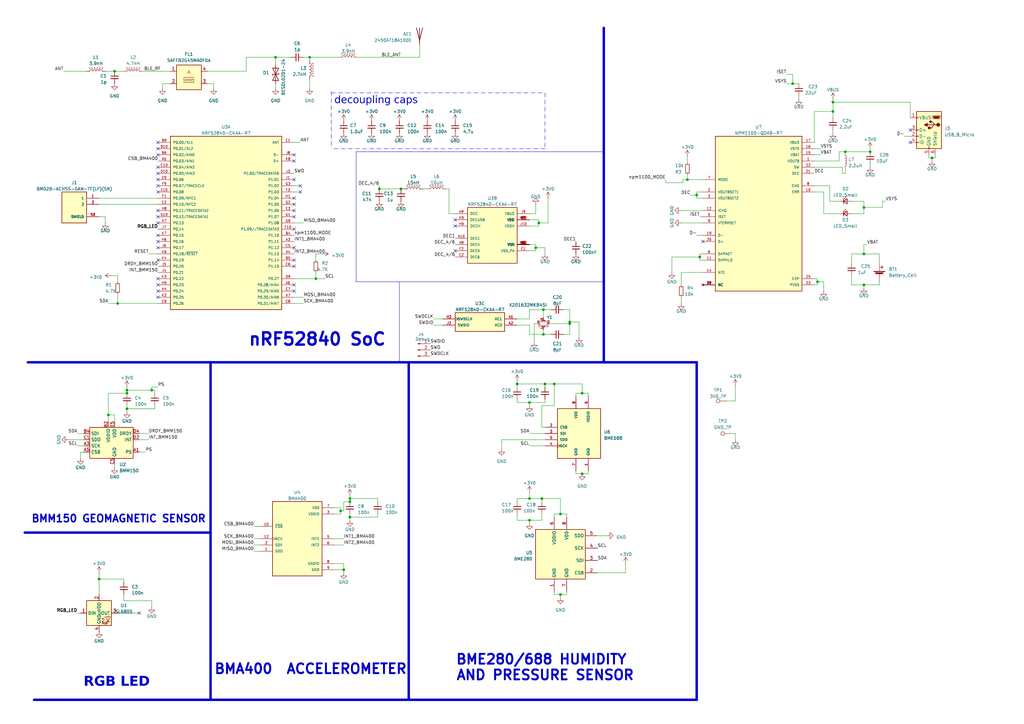
<source format=kicad_sch>
(kicad_sch (version 20230121) (generator eeschema)
  (paper "A3")
  (title_block (title "Thingy_2.0") (date "2023-08-10"))
  (junction (at 62.23 160.02))
  (junction (at 233.68 132.08))
  (junction (at 356.87 62.23))
  (junction (at 143.51 204.47))
  (junction (at 52.07 167.64))
  (junction (at 354.33 85.09))
  (junction (at 223.52 157.48))
  (junction (at 217.17 213.36))
  (junction (at 127 23.495))
  (junction (at 281.94 73.66))
  (junction (at 227.33 157.48))
  (junction (at 52.07 161.29))
  (junction (at 341.63 45.72))
  (junction (at 155.575 77.47))
  (junction (at 129.54 114.3))
  (junction (at 341.63 41.91))
  (junction (at 222.885 137.16))
  (junction (at 113.03 23.495))
  (junction (at 44.45 170.18))
  (junction (at 238.76 161.29))
  (junction (at 222.25 204.47))
  (junction (at 140.97 233.68))
  (junction (at 217.17 204.47))
  (junction (at 354.33 116.84))
  (junction (at 219.71 101.6))
  (junction (at 346.71 62.23))
  (junction (at 48.26 124.46))
  (junction (at 325.12 34.29))
  (junction (at 238.76 194.31))
  (junction (at 46.99 29.21))
  (junction (at 143.51 205.74))
  (junction (at 164.465 77.47))
  (junction (at 143.51 212.09))
  (junction (at 40.64 237.49))
  (junction (at 139.7 209.55))
  (junction (at 233.68 132.715))
  (junction (at 220.98 91.44))
  (junction (at 217.17 165.1))
  (junction (at 222.885 127))
  (junction (at 229.87 210.82))
  (junction (at 335.28 115.57))
  (junction (at 354.33 104.14))
  (junction (at 229.87 243.84))
  (junction (at 285.75 80.01))
  (junction (at 212.09 157.48))
  (junction (at 382.27 64.77))
  (junction (at 287.02 105.41))
  (junction (at 52.07 160.02))
  (no_connect (at 120.65 83.82))
  (no_connect (at 123.19 78.74))
  (no_connect (at 64.77 96.52))
  (no_connect (at 120.65 93.98))
  (no_connect (at 64.77 99.06))
  (no_connect (at 64.77 101.6))
  (no_connect (at 64.77 91.44))
  (no_connect (at 120.65 116.84))
  (no_connect (at 64.77 71.12))
  (no_connect (at 186.69 90.17))
  (no_connect (at 64.77 119.38))
  (no_connect (at 64.77 63.5))
  (no_connect (at 57.15 251.46))
  (no_connect (at 120.65 81.28))
  (no_connect (at 64.77 121.92))
  (no_connect (at 373.38 53.34))
  (no_connect (at 64.77 60.96))
  (no_connect (at 64.77 73.66))
  (no_connect (at 64.77 76.2))
  (no_connect (at 120.65 63.5))
  (no_connect (at 120.65 106.68))
  (no_connect (at 120.65 66.04))
  (no_connect (at 120.65 101.6))
  (no_connect (at 64.77 78.74))
  (no_connect (at 288.29 99.06))
  (no_connect (at 64.77 116.84))
  (no_connect (at 64.77 86.36))
  (no_connect (at 120.65 88.9))
  (no_connect (at 120.65 73.66))
  (no_connect (at 123.19 76.2))
  (no_connect (at 64.77 106.68))
  (no_connect (at 186.69 92.71))
  (no_connect (at 120.65 109.22))
  (no_connect (at 64.77 58.42))
  (no_connect (at 64.77 68.58))
  (no_connect (at 64.77 114.3))
  (no_connect (at 120.65 119.38))
  (no_connect (at 64.77 88.9))
  (no_connect (at 120.65 86.36))
  (no_connect (at 373.38 58.42))
  (no_connect (at 186.69 102.87))
  (wire (pts (xy 43.18 91.44) (xy 43.18 88.9)))
  (wire (pts (xy 299.72 177.8) (xy 301.625 177.8)))
  (wire (pts (xy 139.7 210.82) (xy 137.16 210.82)))
  (wire (pts (xy 356.87 60.96) (xy 356.87 62.23)))
  (wire (pts (xy 349.25 107.95) (xy 349.25 104.14)))
  (wire (pts (xy 355.6 100.33) (xy 354.33 100.33)))
  (wire (pts (xy 279.4 116.84) (xy 279.4 111.76)))
  (wire (pts (xy 123.19 58.42) (xy 120.65 58.42)))
  (wire (pts (xy 285.75 80.01) (xy 285.75 81.28)))
  (wire (pts (xy 222.885 137.16) (xy 226.06 137.16)))
  (wire (pts (xy 346.71 62.23) (xy 346.71 63.5)))
  (wire (pts (xy 63.5 160.02) (xy 62.23 160.02)))
  (wire (pts (xy 143.51 204.47) (xy 143.51 205.74)))
  (wire (pts (xy 217.17 137.16) (xy 222.885 137.16)))
  (wire (pts (xy 354.33 100.33) (xy 354.33 104.14)))
  (wire (pts (xy 63.5 166.37) (xy 63.5 167.64)))
  (wire (pts (xy 241.3 193.04) (xy 241.3 194.31)))
  (wire (pts (xy 124.46 124.46) (xy 120.65 124.46)))
  (polyline (pts (xy 11.43 148.59) (xy 247.65 148.59)) (stroke (width 1)))
  (wire (pts (xy 236.22 161.29) (xy 236.22 162.56)))
  (wire (pts (xy 279.4 121.92) (xy 279.4 124.46)))
  (wire (pts (xy 137.16 208.28) (xy 139.7 208.28)))
  (wire (pts (xy 346.71 71.12) (xy 346.71 68.58)))
  (wire (pts (xy 283.21 80.01) (xy 285.75 80.01)))
  (wire (pts (xy 383.54 64.77) (xy 383.54 63.5)))
  (wire (pts (xy 139.7 209.55) (xy 139.7 210.82)))
  (polyline (pts (xy 223.52 60.96) (xy 135.89 60.96)) (stroke (width 0) (type dash_dot)))
  (wire (pts (xy 233.68 127) (xy 233.68 132.08)))
  (wire (pts (xy 154.94 210.82) (xy 154.94 212.09)))
  (wire (pts (xy 279.4 91.44) (xy 288.29 91.44)))
  (wire (pts (xy 275.59 111.76) (xy 275.59 105.41)))
  (wire (pts (xy 288.29 104.14) (xy 287.02 104.14)))
  (wire (pts (xy 40.64 234.95) (xy 40.64 237.49)))
  (wire (pts (xy 301.625 164.465) (xy 301.625 158.115)))
  (wire (pts (xy 46.99 29.21) (xy 43.18 29.21)))
  (wire (pts (xy 50.8 29.21) (xy 46.99 29.21)))
  (wire (pts (xy 222.885 127) (xy 226.06 127)))
  (wire (pts (xy 227.33 210.82) (xy 227.33 212.09)))
  (wire (pts (xy 165.735 77.47) (xy 164.465 77.47)))
  (wire (pts (xy 238.76 161.29) (xy 236.22 161.29)))
  (polyline (pts (xy 247.65 62.23) (xy 146.05 62.23)))
  (wire (pts (xy 345.44 71.12) (xy 346.71 71.12)))
  (wire (pts (xy 222.25 166.37) (xy 227.33 166.37)))
  (wire (pts (xy 219.71 102.87) (xy 217.17 102.87)))
  (wire (pts (xy 273.05 74.93) (xy 280.035 74.93)))
  (wire (pts (xy 46.99 172.72) (xy 46.99 170.18)))
  (wire (pts (xy 287.02 88.9) (xy 288.29 88.9)))
  (wire (pts (xy 44.45 124.46) (xy 48.26 124.46)))
  (wire (pts (xy 233.68 132.08) (xy 233.68 132.715)))
  (wire (pts (xy 120.65 114.3) (xy 129.54 114.3)))
  (wire (pts (xy 238.76 194.31) (xy 241.3 194.31)))
  (wire (pts (xy 177.8 133.35) (xy 181.61 133.35)))
  (wire (pts (xy 229.87 210.82) (xy 229.87 204.47)))
  (wire (pts (xy 64.77 158.75) (xy 62.23 158.75)))
  (wire (pts (xy 140.97 223.52) (xy 137.16 223.52)))
  (wire (pts (xy 335.28 116.84) (xy 334.01 116.84)))
  (wire (pts (xy 217.17 90.17) (xy 220.98 90.17)))
  (wire (pts (xy 227.33 166.37) (xy 227.33 157.48)))
  (wire (pts (xy 127 32.385) (xy 127 36.195)))
  (wire (pts (xy 229.87 210.82) (xy 227.33 210.82)))
  (wire (pts (xy 340.36 82.55) (xy 340.36 76.2)))
  (wire (pts (xy 85.09 34.29) (xy 87.63 34.29)))
  (wire (pts (xy 212.09 133.35) (xy 217.17 133.35)))
  (wire (pts (xy 349.25 113.03) (xy 349.25 116.84)))
  (wire (pts (xy 212.09 204.47) (xy 212.09 205.74)))
  (wire (pts (xy 129.54 104.14) (xy 129.54 106.68)))
  (wire (pts (xy 233.68 132.715) (xy 233.68 137.16)))
  (wire (pts (xy 123.19 78.74) (xy 120.65 78.74)))
  (wire (pts (xy 334.01 78.74) (xy 337.82 78.74)))
  (wire (pts (xy 227.33 157.48) (xy 223.52 157.48)))
  (wire (pts (xy 63.5 161.29) (xy 63.5 160.02)))
  (wire (pts (xy 229.87 243.84) (xy 232.41 243.84)))
  (wire (pts (xy 273.05 74.93) (xy 273.05 73.66)))
  (wire (pts (xy 140.97 205.74) (xy 143.51 205.74)))
  (wire (pts (xy 217.17 213.36) (xy 222.25 213.36)))
  (wire (pts (xy 217.17 201.93) (xy 217.17 204.47)))
  (wire (pts (xy 186.69 87.63) (xy 184.15 87.63)))
  (wire (pts (xy 241.3 162.56) (xy 241.3 161.29)))
  (wire (pts (xy 220.345 132.715) (xy 219.075 132.715)))
  (wire (pts (xy 356.87 67.31) (xy 356.87 68.58)))
  (wire (pts (xy 236.22 194.31) (xy 238.76 194.31)))
  (wire (pts (xy 48.26 124.46) (xy 64.77 124.46)))
  (wire (pts (xy 279.4 86.36) (xy 288.29 86.36)))
  (wire (pts (xy 223.52 175.26) (xy 222.25 175.26)))
  (wire (pts (xy 52.07 160.02) (xy 52.07 161.29)))
  (wire (pts (xy 354.33 87.63) (xy 349.25 87.63)))
  (wire (pts (xy 124.46 121.92) (xy 120.65 121.92)))
  (wire (pts (xy 219.71 87.63) (xy 219.71 83.82)))
  (wire (pts (xy 100.965 23.495) (xy 113.03 23.495)))
  (wire (pts (xy 227.33 243.84) (xy 229.87 243.84)))
  (wire (pts (xy 205.74 180.34) (xy 205.74 184.15)))
  (polyline (pts (xy 86.36 287.02) (xy 167.64 287.02)) (stroke (width 1)))
  (wire (pts (xy 60.96 180.34) (xy 57.15 180.34)))
  (wire (pts (xy 212.09 156.21) (xy 212.09 157.48)))
  (wire (pts (xy 139.7 209.55) (xy 140.97 209.55)))
  (wire (pts (xy 287.02 105.41) (xy 287.02 106.68)))
  (wire (pts (xy 349.25 104.14) (xy 354.33 104.14)))
  (wire (pts (xy 373.38 41.91) (xy 341.63 41.91)))
  (wire (pts (xy 212.09 130.81) (xy 217.17 130.81)))
  (polyline (pts (xy 13.97 287.02) (xy 86.36 287.02)) (stroke (width 1)))
  (wire (pts (xy 140.97 234.95) (xy 140.97 233.68)))
  (wire (pts (xy 223.52 101.6) (xy 219.71 101.6)))
  (wire (pts (xy 237.49 132.08) (xy 233.68 132.08)))
  (wire (pts (xy 341.63 40.64) (xy 341.63 41.91)))
  (wire (pts (xy 285.75 81.28) (xy 288.29 81.28)))
  (wire (pts (xy 337.82 119.38) (xy 337.82 115.57)))
  (wire (pts (xy 354.33 116.84) (xy 354.33 118.11)))
  (wire (pts (xy 212.09 165.1) (xy 212.09 163.83)))
  (wire (pts (xy 279.4 111.76) (xy 288.29 111.76)))
  (wire (pts (xy 87.63 34.29) (xy 87.63 36.195)))
  (wire (pts (xy 66.675 34.29) (xy 66.675 36.195)))
  (polyline (pts (xy 247.65 11.43) (xy 247.65 148.59)) (stroke (width 1)))
  (wire (pts (xy 69.85 29.21) (xy 58.42 29.21)))
  (wire (pts (xy 231.14 127) (xy 233.68 127)))
  (wire (pts (xy 232.41 212.09) (xy 232.41 210.82)))
  (wire (pts (xy 85.09 29.21) (xy 100.965 29.21)))
  (wire (pts (xy 297.815 164.465) (xy 301.625 164.465)))
  (wire (pts (xy 217.17 133.35) (xy 217.17 137.16)))
  (wire (pts (xy 60.96 177.8) (xy 57.15 177.8)))
  (wire (pts (xy 229.87 204.47) (xy 222.25 204.47)))
  (wire (pts (xy 44.45 172.72) (xy 44.45 170.18)))
  (wire (pts (xy 217.17 165.1) (xy 217.17 166.37)))
  (wire (pts (xy 327.66 39.37) (xy 327.66 40.64)))
  (wire (pts (xy 48.26 113.03) (xy 48.26 115.57)))
  (polyline (pts (xy 223.52 38.1) (xy 223.52 60.96)) (stroke (width 0) (type dash_dot)))
  (polyline (pts (xy 135.89 37.465) (xy 135.89 60.325)) (stroke (width 0) (type dash_dot)))
  (wire (pts (xy 220.98 92.71) (xy 217.17 92.71)))
  (wire (pts (xy 220.98 90.17) (xy 220.98 91.44)))
  (wire (pts (xy 127 24.765) (xy 127 23.495)))
  (wire (pts (xy 217.17 213.36) (xy 217.17 214.63)))
  (wire (pts (xy 140.97 233.68) (xy 140.97 231.14)))
  (wire (pts (xy 205.74 180.34) (xy 223.52 180.34)))
  (wire (pts (xy 62.23 160.02) (xy 52.07 160.02)))
  (wire (pts (xy 229.87 243.84) (xy 229.87 245.11)))
  (wire (pts (xy 354.33 116.84) (xy 349.25 116.84)))
  (wire (pts (xy 287.02 104.14) (xy 287.02 105.41)))
  (wire (pts (xy 48.26 251.46) (xy 57.15 251.46)))
  (wire (pts (xy 212.09 213.36) (xy 217.17 213.36)))
  (wire (pts (xy 104.14 220.98) (xy 106.68 220.98)))
  (wire (pts (xy 50.8 238.76) (xy 50.8 237.49)))
  (wire (pts (xy 223.52 104.14) (xy 223.52 101.6)))
  (wire (pts (xy 217.17 177.8) (xy 223.52 177.8)))
  (wire (pts (xy 217.17 127) (xy 222.885 127)))
  (wire (pts (xy 322.58 30.48) (xy 325.12 30.48)))
  (wire (pts (xy 172.085 19.05) (xy 172.085 23.495)))
  (wire (pts (xy 155.575 76.2) (xy 155.575 77.47)))
  (wire (pts (xy 66.675 34.29) (xy 69.85 34.29)))
  (wire (pts (xy 124.46 91.44) (xy 120.65 91.44)))
  (wire (pts (xy 223.52 158.75) (xy 223.52 157.48)))
  (wire (pts (xy 143.51 204.47) (xy 154.94 204.47)))
  (wire (pts (xy 334.01 45.72) (xy 341.63 45.72)))
  (wire (pts (xy 340.36 76.2) (xy 334.01 76.2)))
  (wire (pts (xy 220.98 91.44) (xy 220.98 92.71)))
  (wire (pts (xy 40.64 83.82) (xy 64.77 83.82)))
  (wire (pts (xy 223.52 182.88) (xy 217.17 182.88)))
  (wire (pts (xy 217.17 130.81) (xy 217.17 127)))
  (wire (pts (xy 287.02 106.68) (xy 288.29 106.68)))
  (wire (pts (xy 143.51 203.2) (xy 143.51 204.47)))
  (wire (pts (xy 301.625 177.8) (xy 301.625 180.34)))
  (wire (pts (xy 34.29 185.42) (xy 33.02 185.42)))
  (wire (pts (xy 337.82 87.63) (xy 344.17 87.63)))
  (wire (pts (xy 119.38 23.495) (xy 113.03 23.495)))
  (wire (pts (xy 62.23 246.38) (xy 62.23 248.92)))
  (wire (pts (xy 143.51 213.36) (xy 143.51 212.09)))
  (wire (pts (xy 140.97 231.14) (xy 137.16 231.14)))
  (wire (pts (xy 137.16 233.68) (xy 140.97 233.68)))
  (wire (pts (xy 360.68 116.84) (xy 354.33 116.84)))
  (wire (pts (xy 373.38 48.26) (xy 373.38 41.91)))
  (wire (pts (xy 222.25 204.47) (xy 217.17 204.47)))
  (wire (pts (xy 113.03 34.29) (xy 113.03 36.195)))
  (polyline (pts (xy 86.36 148.59) (xy 86.36 287.02)) (stroke (width 1)))
  (wire (pts (xy 285.75 96.52) (xy 288.29 96.52)))
  (wire (pts (xy 154.94 212.09) (xy 143.51 212.09)))
  (wire (pts (xy 59.69 185.42) (xy 57.15 185.42)))
  (wire (pts (xy 217.17 100.33) (xy 219.71 100.33)))
  (wire (pts (xy 31.75 182.88) (xy 34.29 182.88)))
  (wire (pts (xy 40.64 81.28) (xy 64.77 81.28)))
  (wire (pts (xy 27.94 180.34) (xy 34.29 180.34)))
  (wire (pts (xy 184.15 77.47) (xy 182.88 77.47)))
  (wire (pts (xy 281.94 71.755) (xy 281.94 73.66)))
  (wire (pts (xy 349.25 82.55) (xy 354.33 82.55)))
  (wire (pts (xy 44.45 170.18) (xy 44.45 161.29)))
  (wire (pts (xy 52.07 167.64) (xy 52.07 166.37)))
  (wire (pts (xy 363.22 82.55) (xy 361.95 82.55)))
  (wire (pts (xy 245.11 234.95) (xy 256.54 234.95)))
  (wire (pts (xy 50.8 246.38) (xy 62.23 246.38)))
  (polyline (pts (xy 285.75 287.02) (xy 167.64 287.02)) (stroke (width 1)))
  (wire (pts (xy 280.035 73.66) (xy 281.94 73.66)))
  (wire (pts (xy 334.01 114.3) (xy 335.28 114.3)))
  (wire (pts (xy 46.99 170.18) (xy 44.45 170.18)))
  (wire (pts (xy 217.17 165.1) (xy 212.09 165.1)))
  (wire (pts (xy 164.465 77.47) (xy 155.575 77.47)))
  (wire (pts (xy 175.26 77.47) (xy 173.355 77.47)))
  (wire (pts (xy 335.28 114.3) (xy 335.28 115.57)))
  (wire (pts (xy 219.075 132.715) (xy 219.075 140.335)))
  (wire (pts (xy 361.95 85.09) (xy 354.33 85.09)))
  (wire (pts (xy 139.7 208.28) (xy 139.7 209.55)))
  (wire (pts (xy 233.68 137.16) (xy 231.14 137.16)))
  (wire (pts (xy 127 23.495) (xy 124.46 23.495)))
  (wire (pts (xy 212.09 210.82) (xy 212.09 213.36)))
  (wire (pts (xy 222.25 205.74) (xy 222.25 204.47)))
  (wire (pts (xy 132.08 104.14) (xy 129.54 104.14)))
  (wire (pts (xy 281.94 73.66) (xy 288.29 73.66)))
  (wire (pts (xy 280.035 74.93) (xy 280.035 73.66)))
  (wire (pts (xy 129.54 114.3) (xy 133.35 114.3)))
  (wire (pts (xy 334.01 66.04) (xy 344.17 66.04)))
  (wire (pts (xy 104.14 215.9) (xy 106.68 215.9)))
  (wire (pts (xy 236.22 193.04) (xy 236.22 194.31)))
  (wire (pts (xy 335.28 115.57) (xy 335.28 116.84)))
  (wire (pts (xy 217.17 204.47) (xy 212.09 204.47)))
  (wire (pts (xy 322.58 34.29) (xy 325.12 34.29)))
  (wire (pts (xy 140.97 209.55) (xy 140.97 205.74)))
  (wire (pts (xy 346.71 62.23) (xy 356.87 62.23)))
  (wire (pts (xy 104.14 226.06) (xy 106.68 226.06)))
  (wire (pts (xy 334.01 68.58) (xy 345.44 68.58)))
  (wire (pts (xy 325.12 34.29) (xy 327.66 34.29)))
  (wire (pts (xy 52.07 168.91) (xy 52.07 167.64)))
  (wire (pts (xy 337.82 115.57) (xy 335.28 115.57)))
  (wire (pts (xy 334.01 63.5) (xy 336.55 63.5)))
  (wire (pts (xy 370.84 55.88) (xy 373.38 55.88)))
  (wire (pts (xy 139.065 23.495) (xy 127 23.495)))
  (polyline (pts (xy 146.05 115.57) (xy 247.65 115.57)))
  (wire (pts (xy 48.26 120.65) (xy 48.26 124.46)))
  (wire (pts (xy 382.27 64.77) (xy 382.27 66.04)))
  (wire (pts (xy 33.02 185.42) (xy 33.02 187.96)))
  (wire (pts (xy 177.8 130.81) (xy 181.61 130.81)))
  (wire (pts (xy 63.5 167.64) (xy 52.07 167.64)))
  (wire (pts (xy 100.965 29.21) (xy 100.965 23.495)))
  (wire (pts (xy 154.94 205.74) (xy 154.94 204.47)))
  (wire (pts (xy 288.29 78.74) (xy 285.75 78.74)))
  (wire (pts (xy 172.085 23.495) (xy 146.685 23.495)))
  (wire (pts (xy 325.12 30.48) (xy 325.12 34.29)))
  (wire (pts (xy 62.23 158.75) (xy 62.23 160.02)))
  (wire (pts (xy 285.75 78.74) (xy 285.75 80.01)))
  (wire (pts (xy 232.41 242.57) (xy 232.41 243.84)))
  (wire (pts (xy 129.54 111.76) (xy 129.54 114.3)))
  (wire (pts (xy 143.51 212.09) (xy 143.51 210.82)))
  (wire (pts (xy 334.01 58.42) (xy 334.01 45.72)))
  (wire (pts (xy 31.75 251.46) (xy 33.02 251.46)))
  (wire (pts (xy 223.52 165.1) (xy 217.17 165.1)))
  (wire (pts (xy 256.54 234.95) (xy 256.54 231.14)))
  (wire (pts (xy 217.17 87.63) (xy 219.71 87.63)))
  (wire (pts (xy 238.76 157.48) (xy 227.33 157.48)))
  (wire (pts (xy 219.71 101.6) (xy 219.71 102.87)))
  (polyline (pts (xy 167.64 287.02) (xy 167.64 148.59)) (stroke (width 1)))
  (wire (pts (xy 223.52 163.83) (xy 223.52 165.1)))
  (wire (pts (xy 50.8 243.84) (xy 50.8 246.38)))
  (wire (pts (xy 224.79 91.44) (xy 220.98 91.44)))
  (wire (pts (xy 354.33 85.09) (xy 354.33 87.63)))
  (wire (pts (xy 341.63 53.34) (xy 341.63 54.61)))
  (wire (pts (xy 219.71 100.33) (xy 219.71 101.6)))
  (wire (pts (xy 344.17 66.04) (xy 344.17 62.23)))
  (wire (pts (xy 381 64.77) (xy 382.27 64.77)))
  (wire (pts (xy 341.63 41.91) (xy 341.63 45.72)))
  (wire (pts (xy 360.68 115.57) (xy 360.68 116.84)))
  (wire (pts (xy 344.17 82.55) (xy 340.36 82.55)))
  (wire (pts (xy 222.885 127) (xy 222.885 130.175)))
  (polyline (pts (xy 285.75 148.59) (xy 285.75 287.02)) (stroke (width 1)))
  (wire (pts (xy 345.44 68.58) (xy 345.44 71.12)))
  (polyline (pts (xy 10.16 218.44) (xy 86.36 218.44)) (stroke (width 1)))
  (wire (pts (xy 222.885 135.255) (xy 222.885 137.16)))
  (polyline (pts (xy 163.83 115.57) (xy 163.83 148.59)))
  (wire (pts (xy 227.33 242.57) (xy 227.33 243.84)))
  (wire (pts (xy 354.33 82.55) (xy 354.33 85.09)))
  (wire (pts (xy 46.99 190.5) (xy 46.99 191.77)))
  (wire (pts (xy 222.25 175.26) (xy 222.25 166.37)))
  (wire (pts (xy 40.64 237.49) (xy 50.8 237.49)))
  (wire (pts (xy 40.64 237.49) (xy 40.64 243.84)))
  (wire (pts (xy 35.56 29.21) (xy 26.035 29.21)))
  (wire (pts (xy 237.49 138.43) (xy 237.49 132.08)))
  (wire (pts (xy 140.97 220.98) (xy 137.16 220.98)))
  (wire (pts (xy 222.25 213.36) (xy 222.25 210.82)))
  (polyline (pts (xy 135.89 38.1) (xy 223.52 38.1)) (stroke (width 0) (type dash_dot)))
  (wire (pts (xy 337.82 78.74) (xy 337.82 87.63)))
  (wire (pts (xy 341.63 45.72) (xy 341.63 48.26)))
  (wire (pts (xy 212.09 157.48) (xy 223.52 157.48)))
  (polyline (pts (xy 247.65 148.59) (xy 285.75 148.59)) (stroke (width 1)))
  (wire (pts (xy 212.09 157.48) (xy 212.09 158.75)))
  (wire (pts (xy 238.76 161.29) (xy 238.76 157.48)))
  (wire (pts (xy 31.75 177.8) (xy 34.29 177.8)))
  (wire (pts (xy 45.72 113.03) (xy 48.26 113.03)))
  (wire (pts (xy 241.3 161.29) (xy 238.76 161.29)))
  (wire (pts (xy 360.68 104.14) (xy 360.68 107.95)))
  (wire (pts (xy 281.94 64.135) (xy 281.94 66.675)))
  (wire (pts (xy 123.19 76.2) (xy 120.65 76.2)))
  (wire (pts (xy 245.11 219.71) (xy 248.92 219.71)))
  (wire (pts (xy 232.41 210.82) (xy 229.87 210.82)))
  (wire (pts (xy 44.45 161.29) (xy 52.07 161.29)))
  (wire (pts (xy 381 63.5) (xy 381 64.77)))
  (polyline (pts (xy 146.05 62.23) (xy 146.05 115.57)))
  (wire (pts (xy 52.07 158.75) (xy 52.07 160.02)))
  (wire (pts (xy 344.17 62.23) (xy 346.71 62.23)))
  (wire (pts (xy 113.03 23.495) (xy 113.03 26.67)))
  (wire (pts (xy 224.79 81.28) (xy 224.79 91.44)))
  (wire (pts (xy 275.59 105.41) (xy 287.02 105.41)))
  (wire (pts (xy 382.27 64.77) (xy 383.54 64.77)))
  (wire (pts (xy 361.95 82.55) (xy 361.95 85.09)))
  (wire (pts (xy 225.425 132.715) (xy 233.68 132.715)))
  (wire (pts (xy 43.18 88.9) (xy 40.64 88.9)))
  (wire (pts (xy 336.55 60.96) (xy 334.01 60.96)))
  (wire (pts (xy 104.14 223.52) (xy 106.68 223.52)))
  (wire (pts (xy 184.15 87.63) (xy 184.15 77.47)))
  (wire (pts (xy 60.96 104.14) (xy 64.77 104.14)))
  (wire (pts (xy 354.33 104.14) (xy 360.68 104.14)))
  (text "decoupling caps" (at 137.16 43.815 0) (effects (font (size 3 3)) (justify left bottom)))
  (text "BMM150 GEOMAGNETIC SENSOR" (at 12.7 214.63 0) (effects (font (size 3 3) bold) (justify left bottom)))
  (text "nRF52840 SoC" (at 101.6 142.24 0) (effects (font (size 5 5) (thickness 1) bold) (justify left bottom)))
  (text "RGB LED" (at 34.29 283.21 0) (effects (font (size 4 4) bold) (justify left bottom)))
  (text "BMA400  ACCELEROMETER" (at 87.63 276.86 0) (effects (font (size 4 4) bold) (justify left bottom)))
  (text "BME280/688 HUMIDITY \nAND PRESSURE SENSOR" (at 260.35 279.4 0) (effects (font (size 4 4) bold) (justify right bottom)))
  (label "SWDCLK" (at 177.8 130.81 180))
  (label "VBAT" (at 336.55 63.5 0))
  (label "VSYS" (at 322.58 34.29 180))
  (label "CSB_BMA400" (at 64.77 66.04 180))
  (label "SDA" (at 245.11 229.87 0))
  (label "D-" (at 285.75 96.52 180))
  (label "ISET" (at 322.58 30.48 180))
  (label "SCL" (at 245.11 224.79 0))
  (label "SDA" (at 31.75 177.8 180))
  (label "SWDIO" (at 176.53 140.97 0))
  (label "DRDY_BMM150" (at 60.96 177.8 0))
  (label "ISET" (at 287.02 88.9 180))
  (label "RESET" (at 60.96 104.14 180))
  (label "DEC1" (at 236.22 99.06 180))
  (label "MOSI_BMA400" (at 124.46 121.92 0))
  (label "INT_BMM150" (at 64.77 111.76 180))
  (label "SWDCLK" (at 176.53 146.05 0))
  (label "BLE_ANT" (at 164.465 23.495 180))
  (label "CSB_BMA400" (at 104.14 215.9 180))
  (label "VSYS" (at 336.55 60.96 0))
  (label "INT2_BMA400" (at 120.65 104.14 0))
  (label "DEC" (at 283.21 80.01 180))
  (label "D-" (at 370.84 55.88 180))
  (label "SDA" (at 217.17 177.8 180))
  (label "DEC" (at 334.01 71.12 0))
  (label "SCL" (at 217.17 182.88 180))
  (label "SWO" (at 120.65 71.12 0))
  (label "DEC1" (at 186.69 97.79 180))
  (label "SWDIO" (at 177.8 133.35 180))
  (label "DEC_4{slash}6" (at 186.69 105.41 180))
  (label "SCL" (at 133.35 114.3 0))
  (label "DEC_4{slash}6" (at 186.69 100.33 180))
  (label "BLE_RF" (at 66.04 29.21 180))
  (label "VBAT" (at 355.6 100.33 0))
  (label "SCK_BMA400" (at 124.46 124.46 0))
  (label "PS" (at 59.69 185.42 0))
  (label "SWO" (at 176.53 143.51 0))
  (label "DRDY_BMM150" (at 64.77 109.22 180))
  (label "MISO_BMA400" (at 104.14 226.06 180))
  (label "ANT" (at 26.035 29.21 180))
  (label "MISO_BMA400" (at 124.46 91.44 0))
  (label "VSYS" (at 363.22 82.55 0))
  (label "RGB_LED" (at 64.77 93.98 180) (effects (font bold)))
  (label "SDA" (at 44.45 124.46 180))
  (label "INT1_BMA400" (at 120.65 99.06 0))
  (label "SCL" (at 31.75 182.88 180))
  (label "INT_BMM150" (at 60.96 180.34 0))
  (label "RGB_LED" (at 31.75 251.46 180) (effects (font bold)))
  (label "MOSI_BMA400" (at 104.14 223.52 180))
  (label "INT2_BMA400" (at 140.97 223.52 0))
  (label "DEC_4{slash}6" (at 155.575 76.2 180))
  (label "npm1100_MODE" (at 120.65 96.52 0))
  (label "INT1_BMA400" (at 140.97 220.98 0))
  (label "ANT" (at 123.19 58.42 0))
  (label "npm1100_MODE" (at 273.05 73.66 180))
  (label "PS" (at 64.77 158.75 0))
  (label "SCK_BMA400" (at 104.14 220.98 180))
  (symbol (lib_id "power:GND") (at 279.4 86.36 270) (unit 1)
    (property "Reference" "#PWR048" (effects hide))
    (property "Value" "GND" (at 275.59 86.36 0))
  )
  (symbol (lib_id "Device:L_Ferrite") (at 127 28.575 0) (mirror x) (unit 1)
    (property "Reference" "L3" (at 125.73 27.94 0) (effects (justify right)))
    (property "Value" "2.7nH" (at 125.73 30.48 0) (effects (justify right)))
    (property "Footprint" "Inductor_SMD:L_0402_1005Metric" (effects hide))
  )
  (symbol (lib_id "power:+3V0") (at 281.94 64.135 0) (unit 1)
    (property "Reference" "#PWR046" (effects hide))
    (property "Value" "+3V0" (at 281.94 60.325 0))
  )
  (symbol (lib_id "Device:C_Small") (at 212.09 208.28 0) (unit 1)
    (property "Reference" "C17" (at 205.74 207.01 0) (effects (justify left)))
    (property "Value" "100n" (at 205.74 209.55 0) (effects (justify left)))
    (property "Footprint" "Capacitor_SMD:C_0402_1005Metric" (effects hide))
  )
  (symbol (lib_id "Device:C_Small") (at 212.09 161.29 0) (unit 1)
    (property "Reference" "C16" (at 205.74 160.02 0) (effects (justify left)))
    (property "Value" "100n" (at 205.74 162.56 0) (effects (justify left)))
    (property "Footprint" "Capacitor_SMD:C_0402_1005Metric" (effects hide))
  )
  (symbol (lib_id "Device:LED_Small") (at 346.71 82.55 0) (unit 1)
    (property "Reference" "D2" (at 346.7735 77.47 0))
    (property "Value" "LED_Small" (at 346.7735 80.01 0))
    (property "Footprint" "LED_SMD:LED_0402_1005Metric" (effects hide))
  )
  (symbol (lib_id "power:+3V0") (at 52.07 158.75 0) (unit 1)
    (property "Reference" "#PWR08" (effects hide))
    (property "Value" "+3V0" (at 52.07 154.94 0))
  )
  (symbol (lib_id "power:GND") (at 127 36.195 0) (mirror y) (unit 1)
    (property "Reference" "#PWR014" (effects hide))
    (property "Value" "GND" (at 127 41.275 0))
  )
  (symbol (lib_id "power:GND") (at 219.71 83.82 180) (unit 1)
    (property "Reference" "#PWR037" (effects hide))
    (property "Value" "GND" (at 219.71 80.645 0))
  )
  (symbol (lib_id "power:GND") (at 341.63 54.61 0) (unit 1)
    (property "Reference" "#PWR054" (effects hide))
    (property "Value" "GND" (at 341.63 57.785 0))
  )
  (symbol (lib_id "BM02B-ACHSS-GAN-TF_LF__SN_:BM02B-ACHSS-GAN-TF(LF)(SN)") (at 30.48 86.36 0) (mirror y) (unit 1)
    (property "Reference" "J1" (at 30.48 74.93 0))
    (property "Value" "BM02B-ACHSS-GAN-TF(LF)(SN)" (at 30.48 77.47 0))
    (property "Footprint" "BM02B-ACHSS-GAN-TF_LF__SN_:JST_BM02B-ACHSS-GAN-TF(LF)(SN)" (effects hide))
    (property "MF" "JST Sales" (effects hide))
    (property "Description" "\nConnector Header Surface Mount, Right Angle 2 position 0.047 (1.20mm)\n" (effects hide))
    (property "Package" "None" (effects hide))
    (property "Price" "None" (effects hide))
    (property "Check_prices" "https://www.snapeda.com/parts/BM02B-ACHSS-GAN-TF(LF)(SN)/JST+Sales+America+Inc./view-part/?ref=eda" (effects hide))
    (property "STANDARD" "Manufacturer Recommendations" (effects hide))
    (property "SnapEDA_Link" "https://www.snapeda.com/parts/BM02B-ACHSS-GAN-TF(LF)(SN)/JST+Sales+America+Inc./view-part/?ref=snap" (effects hide))
    (property "MP" "BM02B-ACHSS-GAN-TF(LF)(SN)" (effects hide))
    (property "Availability" "In Stock" (effects hide))
    (property "MANUFACTURER" "JST" (effects hide))
  )
  (symbol (lib_id "Device:L_Ferrite") (at 54.61 29.21 270) (mirror x) (unit 1)
    (property "Reference" "L2" (at 54.61 23.495 90))
    (property "Value" "4.7nH" (at 54.61 26.035 90))
    (property "Footprint" "Inductor_SMD:L_0201_0603Metric" (effects hide))
  )
  (symbol (lib_id "Device:C_Small") (at 143.51 208.28 0) (unit 1)
    (property "Reference" "C8" (at 146.685 207.6513 0) (effects (justify left)))
    (property "Value" "100n" (at 146.685 210.1913 0) (effects (justify left)))
    (property "Footprint" "Capacitor_SMD:C_0402_1005Metric" (effects hide))
  )
  (symbol (lib_id "power:GND") (at 229.87 245.11 0) (unit 1)
    (property "Reference" "#PWR040" (effects hide))
    (property "Value" "GND" (at 229.87 250.19 0))
  )
  (symbol (lib_id "Device:C_Small") (at 327.66 36.83 0) (unit 1)
    (property "Reference" "C23" (at 331.47 35.56 0) (effects (justify left)))
    (property "Value" "22uF" (at 330.2 38.1 0) (effects (justify left)))
    (property "Footprint" "Capacitor_SMD:C_0402_1005Metric" (effects hide))
  )
  (symbol (lib_id "Device:C_Small") (at 175.26 52.07 0) (unit 1)
    (property "Reference" "C14" (at 178.435 51.4413 0) (effects (justify left)))
    (property "Value" "100n" (at 178.435 53.9813 0) (effects (justify left)))
    (property "Footprint" "Capacitor_SMD:C_0201_0603Metric" (effects hide))
  )
  (symbol (lib_id "power:+3V0") (at 256.54 231.14 0) (unit 1)
    (property "Reference" "#PWR045" (effects hide))
    (property "Value" "+3V0" (at 256.54 227.33 0))
  )
  (symbol (lib_id "power:GND") (at 140.97 234.95 0) (unit 1)
    (property "Reference" "#PWR018" (effects hide))
    (property "Value" "GND" (at 140.97 238.76 0))
  )
  (symbol (lib_id "power:GND") (at 217.17 166.37 0) (unit 1)
    (property "Reference" "#PWR033" (effects hide))
    (property "Value" "GND" (at 217.17 170.18 0))
  )
  (symbol (lib_id "power:GND") (at 87.63 36.195 0) (mirror y) (unit 1)
    (property "Reference" "#PWR012" (effects hide))
    (property "Value" "GND" (at 87.63 41.275 0))
  )
  (symbol (lib_id "power:GND") (at 52.07 168.91 0) (unit 1)
    (property "Reference" "#PWR09" (effects hide))
    (property "Value" "GND" (at 52.07 172.72 0))
  )
  (symbol (lib_id "Connector:USB_B_Micro") (at 381 53.34 0) (mirror y) (unit 1)
    (property "Reference" "J3" (at 387.35 52.705 0) (effects (justify right)))
    (property "Value" "USB_B_Micro" (at 387.35 55.245 0) (effects (justify right)))
    (property "Footprint" "Connector_USB:USB_Micro-B_Molex_47346-0001" (effects hide))
  )
  (symbol (lib_id "Device:R_Small") (at 279.4 119.38 0) (mirror y) (unit 1)
    (property "Reference" "R4" (at 284.48 118.11 0) (effects (justify left)))
    (property "Value" "10k" (at 284.48 120.65 0) (effects (justify left)))
    (property "Footprint" "Resistor_SMD:R_0201_0603Metric" (effects hide))
  )
  (symbol (lib_id "power:GND") (at 356.87 68.58 0) (unit 1)
    (property "Reference" "#PWR057" (effects hide))
    (property "Value" "GND" (at 356.87 71.755 0))
  )
  (symbol (lib_id "Device:R_Small") (at 281.94 69.215 0) (mirror x) (unit 1)
    (property "Reference" "R3" (at 276.86 70.485 0) (effects (justify left)))
    (property "Value" "10k" (at 276.86 67.945 0) (effects (justify left)))
    (property "Footprint" "Resistor_SMD:R_0201_0603Metric" (effects hide))
  )
  (symbol (lib_id "Device:C_Small") (at 155.575 80.01 0) (mirror y) (unit 1)
    (property "Reference" "C11" (at 152.4 79.3813 0) (effects (justify left)))
    (property "Value" "47n" (at 152.4 81.9213 0) (effects (justify left)))
    (property "Footprint" "Capacitor_SMD:C_0201_0603Metric" (effects hide))
  )
  (symbol (lib_id "Device:R_Small") (at 129.54 109.22 0) (mirror y) (unit 1)
    (property "Reference" "R2" (at 134.62 107.95 0) (effects (justify left)))
    (property "Value" "4.7K" (at 134.62 110.49 0) (effects (justify left)))
    (property "Footprint" "Resistor_SMD:R_0201_0603Metric" (effects hide))
  )
  (symbol (lib_id "Device:C_Small") (at 152.4 52.07 0) (unit 1)
    (property "Reference" "C9" (at 155.575 51.4413 0) (effects (justify left)))
    (property "Value" "100n" (at 155.575 53.9813 0) (effects (justify left)))
    (property "Footprint" "Capacitor_SMD:C_0201_0603Metric" (effects hide))
  )
  (symbol (lib_id "power:+3V0") (at 45.72 113.03 90) (unit 1)
    (property "Reference" "#PWR05" (effects hide))
    (property "Value" "+3V0" (at 41.91 113.665 90) (effects (justify left)))
  )
  (symbol (lib_id "power:+3V0") (at 143.51 203.2 0) (unit 1)
    (property "Reference" "#PWR019" (effects hide))
    (property "Value" "+3V0" (at 143.51 199.39 0))
  )
  (symbol (lib_id "Device:L_Ferrite") (at 142.875 23.495 270) (mirror x) (unit 1)
    (property "Reference" "L4" (at 142.875 18.415 90))
    (property "Value" "3.9nH" (at 142.875 20.955 90))
    (property "Footprint" "Inductor_SMD:L_0402_1005Metric" (effects hide))
  )
  (symbol (lib_id "Device:L_Ferrite") (at 169.545 77.47 270) (mirror x) (unit 1)
    (property "Reference" "L5" (at 169.545 72.39 90))
    (property "Value" "15nH" (at 169.545 74.93 90))
    (property "Footprint" "Inductor_SMD:L_0402_1005Metric" (effects hide))
  )
  (symbol (lib_id "power:+3V0") (at 175.26 49.53 0) (unit 1)
    (property "Reference" "#PWR027" (effects hide))
    (property "Value" "+3V0" (at 175.26 45.72 0))
  )
  (symbol (lib_id "Device:C_Small") (at 236.22 101.6 0) (unit 1)
    (property "Reference" "C22" (at 238.76 100.9713 0) (effects (justify left)))
    (property "Value" "100nF" (at 238.76 103.5113 0) (effects (justify left)))
    (property "Footprint" "Capacitor_SMD:C_0201_0603Metric" (effects hide))
  )
  (symbol (lib_id "power:GND") (at 279.4 124.46 0) (unit 1)
    (property "Reference" "#PWR050" (effects hide))
    (property "Value" "GND" (at 279.4 127.635 0))
  )
  (symbol (lib_id "Device:L_Ferrite") (at 179.07 77.47 270) (mirror x) (unit 1)
    (property "Reference" "L6" (at 179.07 72.39 90))
    (property "Value" "10uH" (at 179.07 74.93 90))
    (property "Footprint" "Inductor_SMD:L_0603_1608Metric" (effects hide))
  )
  (symbol (lib_id "Device:Crystal_GND24_Small") (at 222.885 132.715 90) (unit 1)
    (property "Reference" "Y1" (at 225.425 130.175 90))
    (property "Value" "X201632MKB4SI" (at 216.535 125.095 90))
    (property "Footprint" "Crystal:Crystal_SMD_2016-4Pin_2.0x1.6mm" (effects hide))
    (property "MPN" "X201632MKB4SI" (effects hide))
  )
  (symbol (lib_id "power:GND") (at 140.97 54.61 0) (unit 1)
    (property "Reference" "#PWR017" (effects hide))
    (property "Value" "GND" (at 140.97 57.785 0))
  )
  (symbol (lib_id "power:GND") (at 155.575 82.55 0) (mirror y) (unit 1)
    (property "Reference" "#PWR023" (effects hide))
    (property "Value" "GND" (at 155.575 85.725 0))
  )
  (symbol (lib_id "Connector:Conn_01x03_Pin") (at 171.45 143.51 0) (unit 1)
    (property "Reference" "J4" (at 172.72 137.16 0))
    (property "Value" "Debug" (at 173.355 139.065 0))
  )
  (symbol (lib_id "power:+3V0") (at 356.87 60.96 0) (unit 1)
    (property "Reference" "#PWR056" (effects hide))
    (property "Value" "+3V0" (at 356.87 57.15 0))
  )
  (symbol (lib_id "power:GND") (at 152.4 54.61 0) (unit 1)
    (property "Reference" "#PWR022" (effects hide))
    (property "Value" "GND" (at 152.4 57.785 0))
  )
  (symbol (lib_id "Device:C_Small") (at 46.99 31.75 0) (mirror y) (unit 1)
    (property "Reference" "C1" (at 43.815 31.1213 0) (effects (justify left)))
    (property "Value" "1p" (at 43.815 33.6613 0) (effects (justify left)))
    (property "Footprint" "Capacitor_SMD:C_0201_0603Metric" (effects hide))
  )
  (symbol (lib_id "Device:D_TVS") (at 113.03 30.48 270) (mirror x) (unit 1)
    (property "Reference" "D1" (at 110.49 29.845 90) (effects (justify right)))
    (property "Value" "BESDL0201-24" (at 116.205 24.13 0) (effects (justify right)))
    (property "Footprint" "Diode_SMD:D_0201_0603Metric" (effects hide))
  )
  (symbol (lib_id "power:GND") (at 62.23 248.92 0) (unit 1)
    (property "Reference" "#PWR010" (effects hide))
    (property "Value" "GND" (at 62.23 252.73 0))
  )
  (symbol (lib_id "power:GND") (at 164.465 82.55 0) (mirror y) (unit 1)
    (property "Reference" "#PWR026" (effects hide))
    (property "Value" "GND" (at 164.465 85.725 0))
  )
  (symbol (lib_id "power:+3V0") (at 140.97 49.53 0) (unit 1)
    (property "Reference" "#PWR016" (effects hide))
    (property "Value" "+3V0" (at 140.97 45.72 0))
  )
  (symbol (lib_id "power:+3V0") (at 152.4 49.53 0) (unit 1)
    (property "Reference" "#PWR021" (effects hide))
    (property "Value" "+3V0" (at 152.4 45.72 0))
  )
  (symbol (lib_id "power:GND") (at 163.83 54.61 0) (unit 1)
    (property "Reference" "#PWR025" (effects hide))
    (property "Value" "GND" (at 163.83 57.785 0))
  )
  (symbol (lib_id "power:GND") (at 33.02 187.96 0) (unit 1)
    (property "Reference" "#PWR02" (effects hide))
    (property "Value" "GND" (at 33.02 191.77 0))
  )
  (symbol (lib_id "Device:C_Small") (at 341.63 50.8 0) (unit 1)
    (property "Reference" "C24" (at 345.44 49.53 0) (effects (justify left)))
    (property "Value" "2.2uF" (at 344.17 52.07 0) (effects (justify left)))
    (property "Footprint" "Capacitor_SMD:C_0603_1608Metric" (effects hide))
  )
  (symbol (lib_id "Device:LED_Small") (at 346.71 87.63 0) (unit 1)
    (property "Reference" "D3" (at 346.71 90.17 0))
    (property "Value" "LED_Small" (at 346.71 92.71 0))
    (property "Footprint" "LED_SMD:LED_0402_1005Metric" (effects hide))
  )
  (symbol (lib_id "Device:Antenna") (at 172.085 13.97 0) (mirror y) (unit 1)
    (property "Reference" "AE1" (at 168.91 13.97 0) (effects (justify left)))
    (property "Value" "2450AT18A100E" (at 168.91 16.51 0) (effects (justify left)))
    (property "Footprint" "2450AT18A100E:ANTC3216X140N" (effects hide))
  )
  (symbol (lib_id "Device:C_Small") (at 121.92 23.495 270) (mirror x) (unit 1)
    (property "Reference" "C6" (at 121.92 17.78 90))
    (property "Value" "1p" (at 121.92 20.32 90))
    (property "Footprint" "Capacitor_SMD:C_0402_1005Metric" (effects hide))
  )
  (symbol (lib_id "GCL_Integrated-Circuits:SK6805") (at 35.56 246.38 0) (unit 1)
    (property "Reference" "U1" (at 50.8 248.3359 0))
    (property "Value" "SL6805" (at 50.8 250.8759 0))
    (property "Footprint" "BMA400:SL680555" (effects hide))
  )
  (symbol (lib_id "power:+3V0") (at 224.79 81.28 0) (unit 1)
    (property "Reference" "#PWR039" (effects hide))
    (property "Value" "+3V0" (at 224.79 77.47 0))
  )
  (symbol (lib_id "power:GND") (at 205.74 184.15 0) (unit 1)
    (property "Reference" "#PWR031" (effects hide))
    (property "Value" "GND" (at 205.74 189.23 0))
  )
  (symbol (lib_id "power:GND") (at 175.26 54.61 0) (unit 1)
    (property "Reference" "#PWR028" (effects hide))
    (property "Value" "GND" (at 175.26 57.785 0))
  )
  (symbol (lib_id "power:+3V0") (at 301.625 158.115 0) (unit 1)
    (property "Reference" "#PWR061" (effects hide))
    (property "Value" "+3V0" (at 301.625 154.305 0))
  )
  (symbol (lib_id "Sensor_Magnetic:BMM150") (at 46.99 180.34 0) (unit 1)
    (property "Reference" "U2" (at 48.9459 190.5 0) (effects (justify left)))
    (property "Value" "BMM150" (at 48.9459 193.04 0) (effects (justify left)))
    (property "Footprint" "Package_CSP:WLCSP-12_1.56x1.56mm_P0.4mm" (effects hide))
    (property "Datasheet" "https://www.mouser.com/datasheet/2/783/BST-BMM150-DS001-01-786480.pdf" (effects hide))
  )
  (symbol (lib_id "power:GND") (at 219.075 140.335 0) (unit 1)
    (property "Reference" "#PWR036" (effects hide))
    (property "Value" "GND" (at 219.075 143.51 0))
  )
  (symbol (lib_id "Device:C_Small") (at 222.25 208.28 0) (unit 1)
    (property "Reference" "C18" (at 215.9 207.01 0) (effects (justify left)))
    (property "Value" "100n" (at 214.63 209.55 0) (effects (justify left)))
    (property "Footprint" "Capacitor_SMD:C_0402_1005Metric" (effects hide))
  )
  (symbol (lib_id "power:GND") (at 40.64 259.08 0) (unit 1)
    (property "Reference" "#PWR04" (effects hide))
    (property "Value" "GND" (at 40.64 262.89 0))
  )
  (symbol (lib_id "NRF52840-CKAA-R7:NRF52840-CKAA-R7") (at 201.93 97.79 0) (unit 2)
    (property "Reference" "U3" (at 201.93 81.28 0))
    (property "Value" "NRF52840-CKAA-R7" (at 201.93 83.82 0))
    (property "Footprint" "NRF52840-CKAA-R7:BGA94N35P10X10_360X354X51N" (effects hide))
    (property "PARTREV" "1.1" (effects hide))
    (property "MANUFACTURER" "Nordic" (effects hide))
    (property "MAXIMUM_PACKAGE_HEIGHT" "0.514mm" (effects hide))
    (property "STANDARD" "IPC7351B" (effects hide))
  )
  (symbol (lib_id "Device:C_Small") (at 356.87 64.77 0) (unit 1)
    (property "Reference" "C26" (at 360.68 63.5 0) (effects (justify left)))
    (property "Value" "10uF" (at 359.41 66.04 0) (effects (justify left)))
    (property "Footprint" "Capacitor_SMD:C_0402_1005Metric" (effects hide))
  )
  (symbol (lib_id "power:GND") (at 113.03 36.195 0) (mirror y) (unit 1)
    (property "Reference" "#PWR013" (effects hide))
    (property "Value" "GND" (at 113.03 41.275 0))
  )
  (symbol (lib_id "Device:C_Small") (at 140.97 52.07 0) (unit 1)
    (property "Reference" "C7" (at 143.51 51.4413 0) (effects (justify left)))
    (property "Value" "1.0uF" (at 143.51 53.9813 0) (effects (justify left)))
    (property "Footprint" "Capacitor_SMD:C_0603_1608Metric" (effects hide))
  )
  (symbol (lib_id "power:GND") (at 217.17 214.63 0) (unit 1)
    (property "Reference" "#PWR035" (effects hide))
    (property "Value" "GND" (at 217.17 219.71 0))
  )
  (symbol (lib_id "NPM1100-QDAB-R7:NPM1100-QDAB-R7") (at 311.15 88.9 0) (unit 1)
    (property "Reference" "U7" (at 311.15 52.07 0))
    (property "Value" "NPM1100-QDAB-R7" (at 311.15 54.61 0))
    (property "Footprint" "NPM1100-QDAB-R7:QFN50P400X400X90-25N" (effects hide))
    (property "PARTREV" "1.3" (effects hide))
    (property "STANDARD" "IPC-7351B" (effects hide))
    (property "SNAPEDA_PN" "NPM1100-QDAB-R7" (effects hide))
    (property "MAXIMUM_PACKAGE_HEIGHT" "0.90mm" (effects hide))
    (property "MANUFACTURER" "Nordic Semiconductor" (effects hide))
  )
  (symbol (lib_id "power:+3V0") (at 217.17 201.93 0) (unit 1)
    (property "Reference" "#PWR034" (effects hide))
    (property "Value" "+3V0" (at 217.17 198.12 0))
  )
  (symbol (lib_id "Device:C_Small") (at 164.465 80.01 0) (mirror y) (unit 1)
    (property "Reference" "C13" (at 161.29 79.3813 0) (effects (justify left)))
    (property "Value" "1u" (at 161.29 81.9213 0) (effects (justify left)))
    (property "Footprint" "Capacitor_SMD:C_0603_1608Metric" (effects hide))
  )
  (symbol (lib_id "power:+3V0") (at 132.08 104.14 270) (mirror x) (unit 1)
    (property "Reference" "#PWR015" (effects hide))
    (property "Value" "+3V0" (at 135.89 104.775 90) (effects (justify left)))
  )
  (symbol (lib_id "GCL_Integrated-Circuits:BME688") (at 238.76 177.8 0) (mirror y) (unit 1)
    (property "Reference" "U6" (at 247.65 177.165 0) (effects (justify right)))
    (property "Value" "BME688" (at 247.65 179.705 0) (effects (justify right)))
    (property "Footprint" "BME688:IC_BME688" (effects hide))
    (property "PARTREV" "1.0" (effects hide))
    (property "MANUFACTURER" "BOSCH" (effects hide))
    (property "MAXIMUM_PACKAGE_HEIGHT" "1.0 mm" (effects hide))
    (property "STANDARD" "Manufacturer recommendations" (effects hide))
  )
  (symbol (lib_id "Device:C_Small") (at 163.83 52.07 0) (unit 1)
    (property "Reference" "C12" (at 167.005 51.4413 0) (effects (justify left)))
    (property "Value" "100n" (at 167.005 53.9813 0) (effects (justify left)))
    (property "Footprint" "Capacitor_SMD:C_0201_0603Metric" (effects hide))
  )
  (symbol (lib_id "Device:C_Small") (at 154.94 208.28 0) (unit 1)
    (property "Reference" "C10" (at 158.115 207.6513 0) (effects (justify left)))
    (property "Value" "100n" (at 158.115 210.1913 0) (effects (justify left)))
    (property "Footprint" "Capacitor_SMD:C_0402_1005Metric" (effects hide))
  )
  (symbol (lib_id "Filter:SAFFB942MFM0F0A") (at 77.47 31.75 0) (unit 1)
    (property "Reference" "FL1" (at 77.47 22.225 0))
    (property "Value" "SAFFB2G45MA0F0A" (at 77.47 24.765 0))
    (property "Footprint" "BMA400:SAFFB2G45MA0F0A" (effects hide))
    (property "Datasheet" "https://www.murata.com/~/media/webrenewal/support/library/catalog/products/filter/rf/p73e.ashx?la=en" (effects hide))
  )
  (symbol (lib_id "Connector:TestPoint") (at 299.72 177.8 90) (unit 1)
    (property "Reference" "TP2" (at 296.418 172.72 90))
    (property "Value" "GND_TP" (at 296.418 175.26 90))
  )
  (symbol (lib_id "power:GND") (at 46.99 34.29 0) (mirror y) (unit 1)
    (property "Reference" "#PWR06" (effects hide))
    (property "Value" "GND" (at 46.99 39.37 0))
  )
  (symbol (lib_id "power:GND") (at 223.52 104.14 0) (unit 1)
    (property "Reference" "#PWR038" (effects hide))
    (property "Value" "GND" (at 223.52 107.315 0))
  )
  (symbol (lib_id "power:GND") (at 43.18 91.44 0) (mirror y) (unit 1)
    (property "Reference" "#PWR059" (effects hide))
    (property "Value" "GND" (at 43.18 94.615 0))
  )
  (symbol (lib_id "power:+3V0") (at 212.09 156.21 0) (unit 1)
    (property "Reference" "#PWR032" (effects hide))
    (property "Value" "+3V0" (at 212.09 152.4 0))
  )
  (symbol (lib_id "power:+3V0") (at 163.83 49.53 0) (unit 1)
    (property "Reference" "#PWR024" (effects hide))
    (property "Value" "+3V0" (at 163.83 45.72 0))
  )
  (symbol (lib_id "power:VBUS") (at 341.63 40.64 0) (unit 1)
    (property "Reference" "#PWR053" (effects hide))
    (property "Value" "VBUS" (at 341.63 36.83 0))
  )
  (symbol (lib_id "power:GND") (at 275.59 111.76 0) (unit 1)
    (property "Reference" "#PWR047" (effects hide))
    (property "Value" "GND" (at 275.59 115.57 0))
  )
  (symbol (lib_id "power:GND") (at 337.82 119.38 0) (unit 1)
    (property "Reference" "#PWR052" (effects hide))
    (property "Value" "GND" (at 337.82 122.555 0))
  )
  (symbol (lib_id "NRF52840-CKAA-R7:NRF52840-CKAA-R7") (at 92.71 91.44 0) (unit 1)
    (property "Reference" "U3" (at 92.71 52.07 0))
    (property "Value" "NRF52840-CKAA-R7" (at 92.71 54.61 0))
    (property "Footprint" "NRF52840-CKAA-R7:BGA94N35P10X10_360X354X51N" (effects hide))
    (property "PARTREV" "1.1" (effects hide))
    (property "MANUFACTURER" "Nordic" (effects hide))
    (property "MAXIMUM_PACKAGE_HEIGHT" "0.514mm" (effects hide))
    (property "STANDARD" "IPC7351B" (effects hide))
  )
  (symbol (lib_id "Device:C_Small") (at 223.52 161.29 0) (unit 1)
    (property "Reference" "C19" (at 217.17 160.02 0) (effects (justify left)))
    (property "Value" "100n" (at 215.9 162.56 0) (effects (justify left)))
    (property "Footprint" "Capacitor_SMD:C_0402_1005Metric" (effects hide))
  )
  (symbol (lib_id "power:GND") (at 354.33 118.11 0) (unit 1)
    (property "Reference" "#PWR055" (effects hide))
    (property "Value" "GND" (at 354.33 121.285 0))
  )
  (symbol (lib_id "NRF52840-CKAA-R7:NRF52840-CKAA-R7") (at 196.85 130.81 0) (unit 3)
    (property "Reference" "U3" (at 196.85 124.46 0))
    (property "Value" "NRF52840-CKAA-R7" (at 196.85 127 0))
    (property "Footprint" "NRF52840-CKAA-R7:BGA94N35P10X10_360X354X51N" (effects hide))
    (property "PARTREV" "1.1" (effects hide))
    (property "MANUFACTURER" "Nordic" (effects hide))
    (property "MAXIMUM_PACKAGE_HEIGHT" "0.514mm" (effects hide))
    (property "STANDARD" "IPC7351B" (effects hide))
  )
  (symbol (lib_id "power:GND") (at 327.66 40.64 0) (unit 1)
    (property "Reference" "#PWR051" (effects hide))
    (property "Value" "GND" (at 327.66 43.815 0))
  )
  (symbol (lib_id "Device:L_Ferrite") (at 39.37 29.21 270) (mirror x) (unit 1)
    (property "Reference" "L1" (at 39.37 23.495 90))
    (property "Value" "3.9nH" (at 39.37 26.035 90))
    (property "Footprint" "Inductor_SMD:L_0201_0603Metric" (effects hide))
  )
  (symbol (lib_id "Device:C_Small") (at 50.8 241.3 0) (unit 1)
    (property "Reference" "C3" (at 53.975 240.6713 0) (effects (justify left)))
    (property "Value" "100n" (at 53.975 243.2113 0) (effects (justify left)))
    (property "Footprint" "Capacitor_SMD:C_0201_0603Metric" (effects hide))
  )
  (symbol (lib_id "Device:C_Small") (at 228.6 127 90) (unit 1)
    (property "Reference" "C20" (at 228.6063 121.92 90))
    (property "Value" "8pF" (at 228.6063 124.46 90))
    (property "Footprint" "Capacitor_SMD:C_0201_0603Metric" (effects hide))
  )
  (symbol (lib_id "Device:C_Small") (at 63.5 163.83 0) (unit 1)
    (property "Reference" "C5" (at 66.675 163.2013 0) (effects (justify left)))
    (property "Value" "100n" (at 66.675 165.7413 0) (effects (justify left)))
    (property "Footprint" "Capacitor_SMD:C_0402_1005Metric" (effects hide))
  )
  (symbol (lib_id "Device:C_Small") (at 186.69 52.07 0) (unit 1)
    (property "Reference" "C15" (at 189.865 51.4413 0) (effects (justify left)))
    (property "Value" "4.7u" (at 189.865 53.9813 0) (effects (justify left)))
    (property "Footprint" "Capacitor_SMD:C_0603_1608Metric" (effects hide))
  )
  (symbol (lib_id "power:GND") (at 236.22 104.14 0) (unit 1)
    (property "Reference" "#PWR041" (effects hide))
    (property "Value" "GND" (at 236.22 107.315 0))
  )
  (symbol (lib_id "Device:Battery_Cell") (at 360.68 113.03 0) (unit 1)
    (property "Reference" "BT1" (at 364.49 110.363 0) (effects (justify left)))
    (property "Value" "Battery_Cell" (at 364.49 112.903 0) (effects (justify left)))
    (property "Footprint" "Connector_PinSocket_2.54mm:PinSocket_2x01_P2.54mm_Vertical_SMD" (effects hide))
  )
  (symbol (lib_id "power:GND") (at 238.76 194.31 0) (unit 1)
    (property "Reference" "#PWR043" (effects hide))
    (property "Value" "GND" (at 238.76 199.39 0))
  )
  (symbol (lib_id "Device:C_Small") (at 52.07 163.83 0) (unit 1)
    (property "Reference" "C4" (at 55.245 163.2013 0) (effects (justify left)))
    (property "Value" "100n" (at 55.245 165.7413 0) (effects (justify left)))
    (property "Footprint" "Capacitor_SMD:C_0402_1005Metric" (effects hide))
  )
  (symbol (lib_id "Device:C_Small") (at 349.25 110.49 0) (unit 1)
    (property "Reference" "C25" (at 353.06 109.22 0) (effects (justify left)))
    (property "Value" "1uF" (at 351.79 111.76 0) (effects (justify left)))
    (property "Footprint" "Capacitor_SMD:C_0402_1005Metric" (effects hide))
  )
  (symbol (lib_id "power:GND") (at 237.49 138.43 0) (unit 1)
    (property "Reference" "#PWR042" (effects hide))
    (property "Value" "GND" (at 237.49 141.605 0))
  )
  (symbol (lib_id "power:+3V0") (at 40.64 234.95 0) (unit 1)
    (property "Reference" "#PWR03" (effects hide))
    (property "Value" "+3V0" (at 40.64 231.14 0))
  )
  (symbol (lib_id "Device:L_Small") (at 346.71 66.04 0) (unit 1)
    (property "Reference" "L7" (at 347.98 65.405 0) (effects (justify left)))
    (property "Value" "2.2uH" (at 347.98 67.945 0) (effects (justify left)))
    (property "Footprint" "Inductor_SMD:L_0805_2012Metric" (effects hide))
  )
  (symbol (lib_id "power:GND") (at 66.675 36.195 0) (mirror y) (unit 1)
    (property "Reference" "#PWR011" (effects hide))
    (property "Value" "GND" (at 66.675 41.275 0))
  )
  (symbol (lib_id "Device:R_Small") (at 48.26 118.11 0) (unit 1)
    (property "Reference" "R1" (at 43.18 116.84 0) (effects (justify left)))
    (property "Value" "4.7K" (at 43.18 119.38 0) (effects (justify left)))
    (property "Footprint" "Resistor_SMD:R_0201_0603Metric" (effects hide))
  )
  (symbol (lib_id "power:GND") (at 186.69 54.61 0) (unit 1)
    (property "Reference" "#PWR030" (effects hide))
    (property "Value" "GND" (at 186.69 57.785 0))
  )
  (symbol (lib_id "Device:C_Small") (at 228.6 137.16 90) (unit 1)
    (property "Reference" "C21" (at 228.6 140.97 90))
    (property "Value" "8pF" (at 228.6 143.51 90))
    (property "Footprint" "Capacitor_SMD:C_0201_0603Metric" (effects hide))
  )
  (symbol (lib_id "BMA400:BMA400") (at 121.92 220.98 0) (unit 1)
    (property "Reference" "U4" (at 121.92 201.93 0))
    (property "Value" "BMA400" (at 121.92 204.47 0))
    (property "Footprint" "BMA400:XDCR_BMA400" (effects hide))
    (property "MF" "Bosch Sensortec" (effects hide))
    (property "DESCRIPTION" "Accelerometer X, Y, Z Axis ±2g, 4g, 8g, 16g 12-LGA _2x2_" (effects hide))
    (property "PACKAGE" "LGA-12 Bosch Tools" (effects hide))
    (property "PRICE" "None" (effects hide))
    (property "MP" "BMA400" (effects hide))
    (property "AVAILABILITY" "Unavailable" (effects hide))
  )
  (symbol (lib_id "power:GND") (at 301.625 180.34 0) (unit 1)
    (property "Reference" "#PWR060" (effects hide))
    (property "Value" "GND" (at 301.625 183.515 0))
  )
  (symbol (lib_id "power:GND") (at 46.99 191.77 0) (unit 1)
    (property "Reference" "#PWR07" (effects hide))
    (property "Value" "GND" (at 46.99 195.58 0))
  )
  (symbol (lib_id "power:GND") (at 279.4 91.44 270) (unit 1)
    (property "Reference" "#PWR049" (effects hide))
    (property "Value" "GND" (at 275.59 91.44 0))
  )
  (symbol (lib_id "Sensor:BME280") (at 229.87 227.33 0) (unit 1)
    (property "Reference" "U5" (at 218.44 226.695 0) (effects (justify right)))
    (property "Value" "BME280" (at 218.44 229.235 0) (effects (justify right)))
    (property "Footprint" "Package_LGA:Bosch_LGA-8_2.5x2.5mm_P0.65mm_ClockwisePinNumbering" (effects hide))
    (property "Datasheet" "https://www.bosch-sensortec.com/media/boschsensortec/downloads/datasheets/bst-bme280-ds002.pdf" (effects hide))
  )
  (symbol (lib_id "power:GND") (at 143.51 213.36 0) (unit 1)
    (property "Reference" "#PWR020" (effects hide))
    (property "Value" "GND" (at 143.51 217.17 0))
  )
  (symbol (lib_id "power:GND") (at 382.27 66.04 0) (unit 1)
    (property "Reference" "#PWR058" (effects hide))
    (property "Value" "GND" (at 382.27 69.215 0))
  )
  (symbol (lib_id "Connector:TestPoint") (at 297.815 164.465 90) (unit 1)
    (property "Reference" "TP1" (at 294.513 160.02 90))
    (property "Value" "3V0_TP" (at 294.513 162.56 90))
  )
  (symbol (lib_id "power:GND") (at 248.92 219.71 90) (unit 1)
    (property "Reference" "#PWR044" (effects hide))
    (property "Value" "GND" (at 252.73 220.345 90) (effects (justify right)))
  )
  (symbol (lib_id "power:GND") (at 27.94 180.34 270) (unit 1)
    (property "Reference" "#PWR01" (effects hide))
    (property "Value" "GND" (at 24.13 180.34 0))
  )
  (symbol (lib_id "power:+3V0") (at 186.69 49.53 0) (unit 1)
    (property "Reference" "#PWR029" (effects hide))
    (property "Value" "+3V0" (at 186.69 45.72 0))
  )
)
</source>
